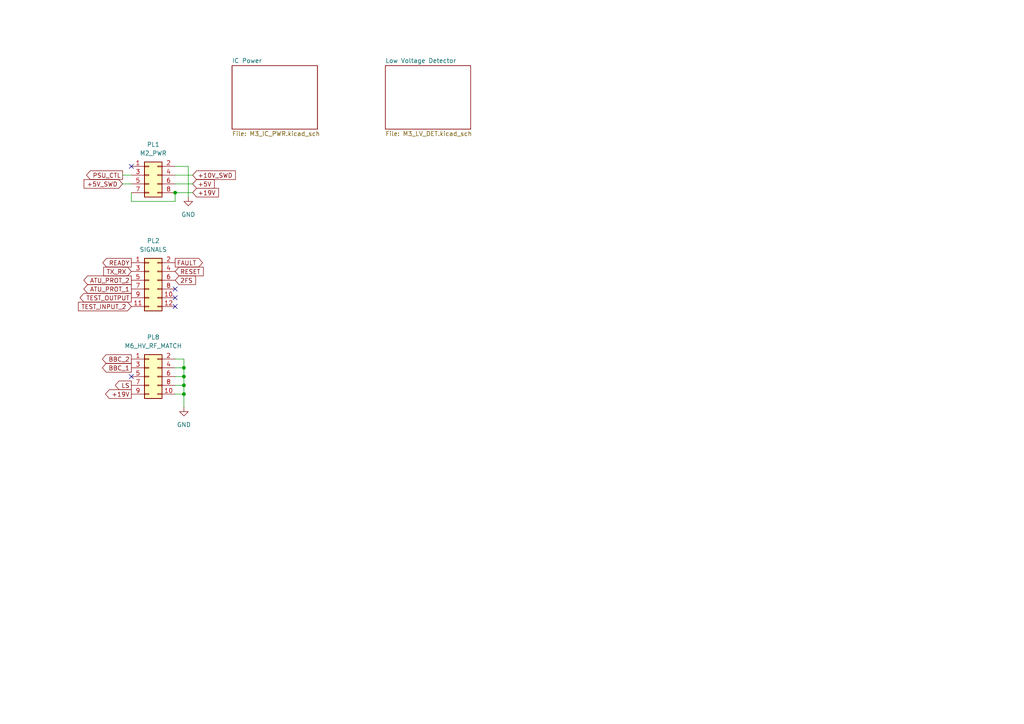
<source format=kicad_sch>
(kicad_sch (version 20231120) (generator "eeschema") (generator_version "8.0")
  (paper "A4")
  (title_block (title "Module 3") (company "Plessey") (comment 1 "HF Antenna Tuning Unit") (comment 2 "PV 4330") (comment 3 "686/1/04406"))
  (lib_symbols
    (symbol "Connector_Generic:Conn_02x04_Odd_Even" (pin_names (offset 1.016) hide)
      (property "Reference" "J" (at 1.27 5.08 0))
      (property "Value" "Conn_02x04_Odd_Even" (at 1.27 -7.62 0))
      (symbol "Conn_02x04_Odd_Even_1_1"
        (rectangle (start -1.27 -4.953) (end 0 -5.207) (stroke (width 0.1524)))
        (rectangle (start -1.27 -2.413) (end 0 -2.667) (stroke (width 0.1524)))
        (rectangle (start -1.27 0.127) (end 0 -0.127) (stroke (width 0.1524)))
        (rectangle (start -1.27 2.667) (end 0 2.413) (stroke (width 0.1524)))
        (rectangle (start -1.27 3.81) (end 3.81 -6.35) (stroke (width 0.254)) (fill (type background)))
        (rectangle (start 3.81 -4.953) (end 2.54 -5.207) (stroke (width 0.1524)))
        (rectangle (start 3.81 -2.413) (end 2.54 -2.667) (stroke (width 0.1524)))
        (rectangle (start 3.81 0.127) (end 2.54 -0.127) (stroke (width 0.1524)))
        (rectangle (start 3.81 2.667) (end 2.54 2.413) (stroke (width 0.1524)))
        (pin passive line (at -5.08 2.54 0) (length 3.81) (name "Pin_1") (number "1"))
        (pin passive line (at 7.62 2.54 180) (length 3.81) (name "Pin_2") (number "2"))
        (pin passive line (at -5.08 0 0) (length 3.81) (name "Pin_3") (number "3"))
        (pin passive line (at 7.62 0 180) (length 3.81) (name "Pin_4") (number "4"))
        (pin passive line (at -5.08 -2.54 0) (length 3.81) (name "Pin_5") (number "5"))
        (pin passive line (at 7.62 -2.54 180) (length 3.81) (name "Pin_6") (number "6"))
        (pin passive line (at -5.08 -5.08 0) (length 3.81) (name "Pin_7") (number "7"))
        (pin passive line (at 7.62 -5.08 180) (length 3.81) (name "Pin_8") (number "8"))
      )
    )
    (symbol "Connector_Generic:Conn_02x05_Odd_Even" (pin_names (offset 1.016) hide)
      (property "Reference" "J" (at 1.27 7.62 0))
      (property "Value" "Conn_02x05_Odd_Even" (at 1.27 -7.62 0))
      (symbol "Conn_02x05_Odd_Even_1_1"
        (rectangle (start -1.27 -4.953) (end 0 -5.207) (stroke (width 0.1524)))
        (rectangle (start -1.27 -2.413) (end 0 -2.667) (stroke (width 0.1524)))
        (rectangle (start -1.27 0.127) (end 0 -0.127) (stroke (width 0.1524)))
        (rectangle (start -1.27 2.667) (end 0 2.413) (stroke (width 0.1524)))
        (rectangle (start -1.27 5.207) (end 0 4.953) (stroke (width 0.1524)))
        (rectangle (start -1.27 6.35) (end 3.81 -6.35) (stroke (width 0.254)) (fill (type background)))
        (rectangle (start 3.81 -4.953) (end 2.54 -5.207) (stroke (width 0.1524)))
        (rectangle (start 3.81 -2.413) (end 2.54 -2.667) (stroke (width 0.1524)))
        (rectangle (start 3.81 0.127) (end 2.54 -0.127) (stroke (width 0.1524)))
        (rectangle (start 3.81 2.667) (end 2.54 2.413) (stroke (width 0.1524)))
        (rectangle (start 3.81 5.207) (end 2.54 4.953) (stroke (width 0.1524)))
        (pin passive line (at -5.08 5.08 0) (length 3.81) (name "Pin_1") (number "1"))
        (pin passive line (at 7.62 -5.08 180) (length 3.81) (name "Pin_10") (number "10"))
        (pin passive line (at 7.62 5.08 180) (length 3.81) (name "Pin_2") (number "2"))
        (pin passive line (at -5.08 2.54 0) (length 3.81) (name "Pin_3") (number "3"))
        (pin passive line (at 7.62 2.54 180) (length 3.81) (name "Pin_4") (number "4"))
        (pin passive line (at -5.08 0 0) (length 3.81) (name "Pin_5") (number "5"))
        (pin passive line (at 7.62 0 180) (length 3.81) (name "Pin_6") (number "6"))
        (pin passive line (at -5.08 -2.54 0) (length 3.81) (name "Pin_7") (number "7"))
        (pin passive line (at 7.62 -2.54 180) (length 3.81) (name "Pin_8") (number "8"))
        (pin passive line (at -5.08 -5.08 0) (length 3.81) (name "Pin_9") (number "9"))
      )
    )
    (symbol "Connector_Generic:Conn_02x06_Odd_Even" (pin_names (offset 1.016) hide)
      (property "Reference" "J" (at 1.27 7.62 0))
      (property "Value" "Conn_02x06_Odd_Even" (at 1.27 -10.16 0))
      (symbol "Conn_02x06_Odd_Even_1_1"
        (rectangle (start -1.27 -7.493) (end 0 -7.747) (stroke (width 0.1524)))
        (rectangle (start -1.27 -4.953) (end 0 -5.207) (stroke (width 0.1524)))
        (rectangle (start -1.27 -2.413) (end 0 -2.667) (stroke (width 0.1524)))
        (rectangle (start -1.27 0.127) (end 0 -0.127) (stroke (width 0.1524)))
        (rectangle (start -1.27 2.667) (end 0 2.413) (stroke (width 0.1524)))
        (rectangle (start -1.27 5.207) (end 0 4.953) (stroke (width 0.1524)))
        (rectangle (start -1.27 6.35) (end 3.81 -8.89) (stroke (width 0.254)) (fill (type background)))
        (rectangle (start 3.81 -7.493) (end 2.54 -7.747) (stroke (width 0.1524)))
        (rectangle (start 3.81 -4.953) (end 2.54 -5.207) (stroke (width 0.1524)))
        (rectangle (start 3.81 -2.413) (end 2.54 -2.667) (stroke (width 0.1524)))
        (rectangle (start 3.81 0.127) (end 2.54 -0.127) (stroke (width 0.1524)))
        (rectangle (start 3.81 2.667) (end 2.54 2.413) (stroke (width 0.1524)))
        (rectangle (start 3.81 5.207) (end 2.54 4.953) (stroke (width 0.1524)))
        (pin passive line (at -5.08 5.08 0) (length 3.81) (name "Pin_1") (number "1"))
        (pin passive line (at 7.62 -5.08 180) (length 3.81) (name "Pin_10") (number "10"))
        (pin passive line (at -5.08 -7.62 0) (length 3.81) (name "Pin_11") (number "11"))
        (pin passive line (at 7.62 -7.62 180) (length 3.81) (name "Pin_12") (number "12"))
        (pin passive line (at 7.62 5.08 180) (length 3.81) (name "Pin_2") (number "2"))
        (pin passive line (at -5.08 2.54 0) (length 3.81) (name "Pin_3") (number "3"))
        (pin passive line (at 7.62 2.54 180) (length 3.81) (name "Pin_4") (number "4"))
        (pin passive line (at -5.08 0 0) (length 3.81) (name "Pin_5") (number "5"))
        (pin passive line (at 7.62 0 180) (length 3.81) (name "Pin_6") (number "6"))
        (pin passive line (at -5.08 -2.54 0) (length 3.81) (name "Pin_7") (number "7"))
        (pin passive line (at 7.62 -2.54 180) (length 3.81) (name "Pin_8") (number "8"))
        (pin passive line (at -5.08 -5.08 0) (length 3.81) (name "Pin_9") (number "9"))
      )
    )
    (symbol "power:GND" (power) (pin_numbers hide) (pin_names (offset 0) hide)
      (property "Value" "GND" (at 0 -3.81 0))
      (symbol "GND_0_1"
        (polyline (pts (xy 0 0) (xy 0 -1.27) (xy 1.27 -1.27) (xy 0 -2.54) (xy -1.27 -1.27) (xy 0 -1.27)))
      )
      (symbol "GND_1_1"
        (pin power_in line (at 0 0 270) (length 0) (name "~") (number "1"))
      )
    )
  )
  (junction (at 53.34 109.22))
  (junction (at 53.34 111.76))
  (junction (at 53.34 114.3))
  (junction (at 50.8 55.88))
  (junction (at 53.34 106.68))
  (no_connect (at 50.8 88.9))
  (no_connect (at 50.8 83.82))
  (no_connect (at 50.8 86.36))
  (no_connect (at 38.1 109.22))
  (no_connect (at 38.1 48.26))
  (wire (pts (xy 53.34 111.76) (xy 53.34 114.3)))
  (wire (pts (xy 50.8 114.3) (xy 53.34 114.3)))
  (wire (pts (xy 50.8 48.26) (xy 54.61 48.26)))
  (wire (pts (xy 54.61 48.26) (xy 54.61 57.15)))
  (wire (pts (xy 53.34 104.14) (xy 53.34 106.68)))
  (wire (pts (xy 53.34 114.3) (xy 53.34 118.11)))
  (wire (pts (xy 55.88 53.34) (xy 50.8 53.34)))
  (wire (pts (xy 55.88 50.8) (xy 50.8 50.8)))
  (wire (pts (xy 50.8 104.14) (xy 53.34 104.14)))
  (wire (pts (xy 53.34 106.68) (xy 53.34 109.22)))
  (wire (pts (xy 35.56 53.34) (xy 38.1 53.34)))
  (wire (pts (xy 38.1 58.42) (xy 50.8 58.42)))
  (wire (pts (xy 55.88 55.88) (xy 50.8 55.88)))
  (wire (pts (xy 50.8 106.68) (xy 53.34 106.68)))
  (wire (pts (xy 50.8 111.76) (xy 53.34 111.76)))
  (wire (pts (xy 35.56 50.8) (xy 38.1 50.8)))
  (wire (pts (xy 38.1 55.88) (xy 38.1 58.42)))
  (wire (pts (xy 50.8 109.22) (xy 53.34 109.22)))
  (wire (pts (xy 53.34 109.22) (xy 53.34 111.76)))
  (wire (pts (xy 50.8 58.42) (xy 50.8 55.88)))
  (global_label "+10V_SWD" (shape input) (at 55.88 50.8 0) (property "Intersheetrefs" "${INTERSHEET_REFS}" (effects (hide yes))))
  (global_label "ATU_PROT_2" (shape output) (at 38.1 81.28 180) (property "Intersheetrefs" "${INTERSHEET_REFS}" (effects (hide yes))))
  (global_label "TX_RX" (shape input) (at 38.1 78.74 180) (property "Intersheetrefs" "${INTERSHEET_REFS}" (effects (hide yes))))
  (global_label "TEST_INPUT_2" (shape input) (at 38.1 88.9 180) (property "Intersheetrefs" "${INTERSHEET_REFS}" (effects (hide yes))))
  (global_label "+19V" (shape input) (at 55.88 55.88 0) (property "Intersheetrefs" "${INTERSHEET_REFS}" (effects (hide yes))))
  (global_label "2FS" (shape input) (at 50.8 81.28 0) (property "Intersheetrefs" "${INTERSHEET_REFS}" (effects (hide yes))))
  (global_label "+19V" (shape output) (at 38.1 114.3 180) (property "Intersheetrefs" "${INTERSHEET_REFS}" (effects (hide yes))))
  (global_label "+5V" (shape input) (at 55.88 53.34 0) (property "Intersheetrefs" "${INTERSHEET_REFS}" (effects (hide yes))))
  (global_label "BBC_2" (shape output) (at 38.1 104.14 180) (property "Intersheetrefs" "${INTERSHEET_REFS}" (effects (hide yes))))
  (global_label "READY" (shape output) (at 38.1 76.2 180) (property "Intersheetrefs" "${INTERSHEET_REFS}" (effects (hide yes))))
  (global_label "LS" (shape output) (at 38.1 111.76 180) (property "Intersheetrefs" "${INTERSHEET_REFS}" (effects (hide yes))))
  (global_label "TEST_OUTPUT" (shape output) (at 38.1 86.36 180) (property "Intersheetrefs" "${INTERSHEET_REFS}" (effects (hide yes))))
  (global_label "RESET" (shape input) (at 50.8 78.74 0) (property "Intersheetrefs" "${INTERSHEET_REFS}" (effects (hide yes))))
  (global_label "+5V_SWD" (shape input) (at 35.56 53.34 180) (property "Intersheetrefs" "${INTERSHEET_REFS}" (effects (hide yes))))
  (global_label "BBC_1" (shape output) (at 38.1 106.68 180) (property "Intersheetrefs" "${INTERSHEET_REFS}" (effects (hide yes))))
  (global_label "PSU_CTL" (shape output) (at 35.56 50.8 180) (property "Intersheetrefs" "${INTERSHEET_REFS}" (effects (hide yes))))
  (global_label "ATU_PROT_1" (shape output) (at 38.1 83.82 180) (property "Intersheetrefs" "${INTERSHEET_REFS}" (effects (hide yes))))
  (global_label "FAULT" (shape output) (at 50.8 76.2 0) (property "Intersheetrefs" "${INTERSHEET_REFS}" (effects (hide yes))))
  (symbol (lib_id "power:GND") (at 54.61 57.15 0) (unit 1)
    (property "Reference" "#PWR010" (effects (hide yes)))
    (property "Value" "GND" (at 54.61 62.23 0))
    (property "Description" "Power symbol creates a global label with name \"GND\" , ground" (effects (hide yes)))
  )
  (symbol (lib_id "power:GND") (at 53.34 118.11 0) (unit 1)
    (property "Reference" "#PWR011" (effects (hide yes)))
    (property "Value" "GND" (at 53.34 123.19 0))
    (property "Description" "Power symbol creates a global label with name \"GND\" , ground" (effects (hide yes)))
  )
  (symbol (lib_id "Connector_Generic:Conn_02x05_Odd_Even") (at 43.18 109.22 0) (unit 1)
    (property "Reference" "PL8" (at 44.45 97.79 0))
    (property "Value" "M6_HV_RF_MATCH" (at 44.45 100.33 0))
    (property "Description" "Generic connector, double row, 02x05, odd/even pin numbering scheme (row 1 odd numbers, row 2 even numbers), script generated (kicad-library-utils/schlib/autogen/connector/)" (effects (hide yes)))
  )
  (symbol (lib_id "Connector_Generic:Conn_02x06_Odd_Even") (at 43.18 81.28 0) (unit 1)
    (property "Reference" "PL2" (at 44.45 69.85 0))
    (property "Value" "SIGNALS" (at 44.45 72.39 0))
    (property "Description" "Generic connector, double row, 02x06, odd/even pin numbering scheme (row 1 odd numbers, row 2 even numbers), script generated (kicad-library-utils/schlib/autogen/connector/)" (effects (hide yes)))
  )
  (symbol (lib_id "Connector_Generic:Conn_02x04_Odd_Even") (at 43.18 50.8 0) (unit 1)
    (property "Reference" "PL1" (at 44.45 41.91 0))
    (property "Value" "M2_PWR" (at 44.45 44.45 0))
    (property "Description" "Generic connector, double row, 02x04, odd/even pin numbering scheme (row 1 odd numbers, row 2 even numbers), script generated (kicad-library-utils/schlib/autogen/connector/)" (effects (hide yes)))
  )
  (sheet (at 67.31 19.05) (size 24.765 18.415) (stroke (width 0.1524))
    (property "Sheetname" "IC Power" (at 67.31 18.3384 0) (effects (justify left bottom)))
    (property "Sheetfile" "M3_IC_PWR.kicad_sch" (at 67.31 38.0496 0) (effects (justify left top)))
  )
  (sheet (at 111.76 19.05) (size 24.765 18.415) (stroke (width 0.1524))
    (property "Sheetname" "Low Voltage Detector" (at 111.76 18.3384 0) (effects (justify left bottom)))
    (property "Sheetfile" "M3_LV_DET.kicad_sch" (at 111.76 38.0496 0) (effects (justify left top)))
  )
)
</source>
